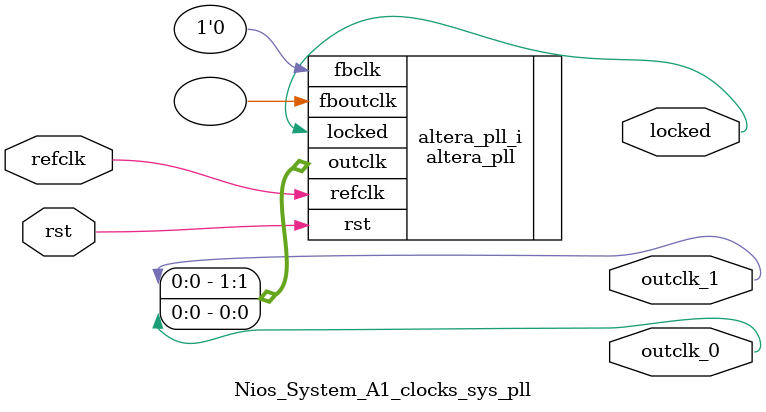
<source format=v>
`timescale 1ns/10ps
module  Nios_System_A1_clocks_sys_pll(

	// interface 'refclk'
	input wire refclk,

	// interface 'reset'
	input wire rst,

	// interface 'outclk0'
	output wire outclk_0,

	// interface 'outclk1'
	output wire outclk_1,

	// interface 'locked'
	output wire locked
);

	altera_pll #(
		.fractional_vco_multiplier("false"),
		.reference_clock_frequency("50.0 MHz"),
		.operation_mode("direct"),
		.number_of_clocks(2),
		.output_clock_frequency0("50.000000 MHz"),
		.phase_shift0("0 ps"),
		.duty_cycle0(50),
		.output_clock_frequency1("50.000000 MHz"),
		.phase_shift1("-3000 ps"),
		.duty_cycle1(50),
		.output_clock_frequency2("0 MHz"),
		.phase_shift2("0 ps"),
		.duty_cycle2(50),
		.output_clock_frequency3("0 MHz"),
		.phase_shift3("0 ps"),
		.duty_cycle3(50),
		.output_clock_frequency4("0 MHz"),
		.phase_shift4("0 ps"),
		.duty_cycle4(50),
		.output_clock_frequency5("0 MHz"),
		.phase_shift5("0 ps"),
		.duty_cycle5(50),
		.output_clock_frequency6("0 MHz"),
		.phase_shift6("0 ps"),
		.duty_cycle6(50),
		.output_clock_frequency7("0 MHz"),
		.phase_shift7("0 ps"),
		.duty_cycle7(50),
		.output_clock_frequency8("0 MHz"),
		.phase_shift8("0 ps"),
		.duty_cycle8(50),
		.output_clock_frequency9("0 MHz"),
		.phase_shift9("0 ps"),
		.duty_cycle9(50),
		.output_clock_frequency10("0 MHz"),
		.phase_shift10("0 ps"),
		.duty_cycle10(50),
		.output_clock_frequency11("0 MHz"),
		.phase_shift11("0 ps"),
		.duty_cycle11(50),
		.output_clock_frequency12("0 MHz"),
		.phase_shift12("0 ps"),
		.duty_cycle12(50),
		.output_clock_frequency13("0 MHz"),
		.phase_shift13("0 ps"),
		.duty_cycle13(50),
		.output_clock_frequency14("0 MHz"),
		.phase_shift14("0 ps"),
		.duty_cycle14(50),
		.output_clock_frequency15("0 MHz"),
		.phase_shift15("0 ps"),
		.duty_cycle15(50),
		.output_clock_frequency16("0 MHz"),
		.phase_shift16("0 ps"),
		.duty_cycle16(50),
		.output_clock_frequency17("0 MHz"),
		.phase_shift17("0 ps"),
		.duty_cycle17(50),
		.pll_type("General"),
		.pll_subtype("General")
	) altera_pll_i (
		.rst	(rst),
		.outclk	({outclk_1, outclk_0}),
		.locked	(locked),
		.fboutclk	( ),
		.fbclk	(1'b0),
		.refclk	(refclk)
	);
endmodule


</source>
